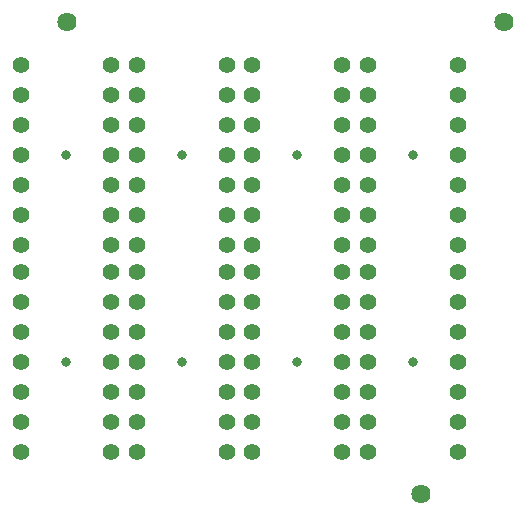
<source format=gbs>
G75*
%MOIN*%
%OFA0B0*%
%FSLAX25Y25*%
%IPPOS*%
%LPD*%
%AMOC8*
5,1,8,0,0,1.08239X$1,22.5*
%
%ADD10C,0.05600*%
%ADD11C,0.03162*%
%ADD12C,0.06400*%
D10*
X0048633Y0024937D03*
X0048633Y0034937D03*
X0048633Y0044937D03*
X0048633Y0054937D03*
X0048633Y0064937D03*
X0048633Y0074937D03*
X0048633Y0084937D03*
X0048633Y0093835D03*
X0048633Y0103835D03*
X0048633Y0113835D03*
X0048633Y0123835D03*
X0048633Y0133835D03*
X0048633Y0143835D03*
X0048633Y0153835D03*
X0078633Y0153835D03*
X0087216Y0153835D03*
X0087216Y0143835D03*
X0078633Y0143835D03*
X0078633Y0133835D03*
X0087216Y0133835D03*
X0087216Y0123835D03*
X0078633Y0123835D03*
X0078633Y0113835D03*
X0087216Y0113835D03*
X0087216Y0103835D03*
X0078633Y0103835D03*
X0078633Y0093835D03*
X0087216Y0093835D03*
X0087216Y0084937D03*
X0078633Y0084937D03*
X0078633Y0074937D03*
X0087216Y0074937D03*
X0087216Y0064937D03*
X0078633Y0064937D03*
X0078633Y0054937D03*
X0087216Y0054937D03*
X0087216Y0044937D03*
X0078633Y0044937D03*
X0078633Y0034937D03*
X0087216Y0034937D03*
X0087216Y0024937D03*
X0078633Y0024937D03*
X0117216Y0024937D03*
X0125798Y0024937D03*
X0125798Y0034937D03*
X0117216Y0034937D03*
X0117216Y0044937D03*
X0125798Y0044937D03*
X0125798Y0054937D03*
X0117216Y0054937D03*
X0117216Y0064937D03*
X0125798Y0064937D03*
X0125798Y0074937D03*
X0117216Y0074937D03*
X0117216Y0084937D03*
X0125798Y0084937D03*
X0125798Y0093835D03*
X0117216Y0093835D03*
X0117216Y0103835D03*
X0125798Y0103835D03*
X0125798Y0113835D03*
X0117216Y0113835D03*
X0117216Y0123835D03*
X0125798Y0123835D03*
X0125798Y0133835D03*
X0117216Y0133835D03*
X0117216Y0143835D03*
X0125798Y0143835D03*
X0125798Y0153835D03*
X0117216Y0153835D03*
X0155798Y0153835D03*
X0164381Y0153835D03*
X0164381Y0143835D03*
X0155798Y0143835D03*
X0155798Y0133835D03*
X0164381Y0133835D03*
X0164381Y0123835D03*
X0155798Y0123835D03*
X0155798Y0113835D03*
X0164381Y0113835D03*
X0164381Y0103835D03*
X0155798Y0103835D03*
X0155798Y0093835D03*
X0164381Y0093835D03*
X0164381Y0084937D03*
X0155798Y0084937D03*
X0155798Y0074937D03*
X0164381Y0074937D03*
X0164381Y0064937D03*
X0155798Y0064937D03*
X0155798Y0054937D03*
X0164381Y0054937D03*
X0164381Y0044937D03*
X0155798Y0044937D03*
X0155798Y0034937D03*
X0164381Y0034937D03*
X0164381Y0024937D03*
X0155798Y0024937D03*
X0194381Y0024937D03*
X0194381Y0034937D03*
X0194381Y0044937D03*
X0194381Y0054937D03*
X0194381Y0064937D03*
X0194381Y0074937D03*
X0194381Y0084937D03*
X0194381Y0093835D03*
X0194381Y0103835D03*
X0194381Y0113835D03*
X0194381Y0123835D03*
X0194381Y0133835D03*
X0194381Y0143835D03*
X0194381Y0153835D03*
D11*
X0179381Y0123835D03*
X0140798Y0123835D03*
X0102216Y0123835D03*
X0063633Y0123835D03*
X0063633Y0054937D03*
X0102216Y0054937D03*
X0140798Y0054937D03*
X0179381Y0054937D03*
D12*
X0182137Y0010843D03*
X0209696Y0168323D03*
X0064027Y0168323D03*
M02*

</source>
